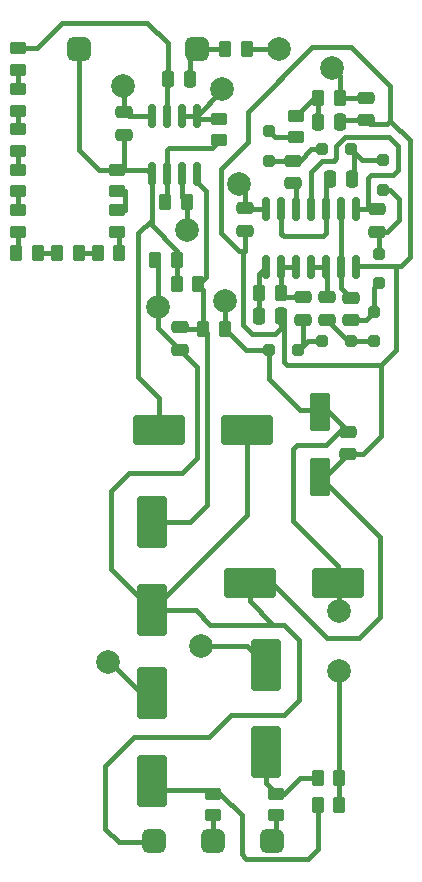
<source format=gbr>
%TF.GenerationSoftware,KiCad,Pcbnew,(7.0.0)*%
%TF.CreationDate,2023-03-18T07:41:40+03:00*%
%TF.ProjectId,StudioMic,53747564-696f-44d6-9963-2e6b69636164,1*%
%TF.SameCoordinates,Original*%
%TF.FileFunction,Copper,L1,Top*%
%TF.FilePolarity,Positive*%
%FSLAX46Y46*%
G04 Gerber Fmt 4.6, Leading zero omitted, Abs format (unit mm)*
G04 Created by KiCad (PCBNEW (7.0.0)) date 2023-03-18 07:41:40*
%MOMM*%
%LPD*%
G01*
G04 APERTURE LIST*
G04 Aperture macros list*
%AMRoundRect*
0 Rectangle with rounded corners*
0 $1 Rounding radius*
0 $2 $3 $4 $5 $6 $7 $8 $9 X,Y pos of 4 corners*
0 Add a 4 corners polygon primitive as box body*
4,1,4,$2,$3,$4,$5,$6,$7,$8,$9,$2,$3,0*
0 Add four circle primitives for the rounded corners*
1,1,$1+$1,$2,$3*
1,1,$1+$1,$4,$5*
1,1,$1+$1,$6,$7*
1,1,$1+$1,$8,$9*
0 Add four rect primitives between the rounded corners*
20,1,$1+$1,$2,$3,$4,$5,0*
20,1,$1+$1,$4,$5,$6,$7,0*
20,1,$1+$1,$6,$7,$8,$9,0*
20,1,$1+$1,$8,$9,$2,$3,0*%
G04 Aperture macros list end*
%TA.AperFunction,SMDPad,CuDef*%
%ADD10RoundRect,0.250000X-0.475000X0.250000X-0.475000X-0.250000X0.475000X-0.250000X0.475000X0.250000X0*%
%TD*%
%TA.AperFunction,SMDPad,CuDef*%
%ADD11RoundRect,0.250000X0.475000X-0.250000X0.475000X0.250000X-0.475000X0.250000X-0.475000X-0.250000X0*%
%TD*%
%TA.AperFunction,SMDPad,CuDef*%
%ADD12RoundRect,0.150000X0.150000X-0.825000X0.150000X0.825000X-0.150000X0.825000X-0.150000X-0.825000X0*%
%TD*%
%TA.AperFunction,SMDPad,CuDef*%
%ADD13RoundRect,0.250000X-0.600000X1.400000X-0.600000X-1.400000X0.600000X-1.400000X0.600000X1.400000X0*%
%TD*%
%TA.AperFunction,SMDPad,CuDef*%
%ADD14RoundRect,0.250000X0.450000X-0.262500X0.450000X0.262500X-0.450000X0.262500X-0.450000X-0.262500X0*%
%TD*%
%TA.AperFunction,SMDPad,CuDef*%
%ADD15RoundRect,0.250000X0.262500X0.450000X-0.262500X0.450000X-0.262500X-0.450000X0.262500X-0.450000X0*%
%TD*%
%TA.AperFunction,SMDPad,CuDef*%
%ADD16RoundRect,0.250000X-0.250000X0.250000X-0.250000X-0.250000X0.250000X-0.250000X0.250000X0.250000X0*%
%TD*%
%TA.AperFunction,SMDPad,CuDef*%
%ADD17RoundRect,0.250000X1.950000X1.000000X-1.950000X1.000000X-1.950000X-1.000000X1.950000X-1.000000X0*%
%TD*%
%TA.AperFunction,SMDPad,CuDef*%
%ADD18RoundRect,0.250000X-0.450000X0.262500X-0.450000X-0.262500X0.450000X-0.262500X0.450000X0.262500X0*%
%TD*%
%TA.AperFunction,SMDPad,CuDef*%
%ADD19RoundRect,0.250000X-0.262500X-0.450000X0.262500X-0.450000X0.262500X0.450000X-0.262500X0.450000X0*%
%TD*%
%TA.AperFunction,SMDPad,CuDef*%
%ADD20RoundRect,0.250000X-0.250000X-0.475000X0.250000X-0.475000X0.250000X0.475000X-0.250000X0.475000X0*%
%TD*%
%TA.AperFunction,SMDPad,CuDef*%
%ADD21RoundRect,0.250000X0.250000X0.475000X-0.250000X0.475000X-0.250000X-0.475000X0.250000X-0.475000X0*%
%TD*%
%TA.AperFunction,SMDPad,CuDef*%
%ADD22RoundRect,0.250000X0.250000X0.250000X-0.250000X0.250000X-0.250000X-0.250000X0.250000X-0.250000X0*%
%TD*%
%TA.AperFunction,SMDPad,CuDef*%
%ADD23RoundRect,0.250000X1.000000X-1.950000X1.000000X1.950000X-1.000000X1.950000X-1.000000X-1.950000X0*%
%TD*%
%TA.AperFunction,SMDPad,CuDef*%
%ADD24RoundRect,0.500000X-0.500000X-0.500000X0.500000X-0.500000X0.500000X0.500000X-0.500000X0.500000X0*%
%TD*%
%TA.AperFunction,SMDPad,CuDef*%
%ADD25RoundRect,0.250000X-1.950000X-1.000000X1.950000X-1.000000X1.950000X1.000000X-1.950000X1.000000X0*%
%TD*%
%TA.AperFunction,SMDPad,CuDef*%
%ADD26RoundRect,0.250000X-0.250000X-0.250000X0.250000X-0.250000X0.250000X0.250000X-0.250000X0.250000X0*%
%TD*%
%TA.AperFunction,SMDPad,CuDef*%
%ADD27RoundRect,0.250000X-1.000000X1.950000X-1.000000X-1.950000X1.000000X-1.950000X1.000000X1.950000X0*%
%TD*%
%TA.AperFunction,SMDPad,CuDef*%
%ADD28RoundRect,0.150000X-0.150000X0.825000X-0.150000X-0.825000X0.150000X-0.825000X0.150000X0.825000X0*%
%TD*%
%TA.AperFunction,ViaPad*%
%ADD29C,2.000000*%
%TD*%
%TA.AperFunction,Conductor*%
%ADD30C,0.400000*%
%TD*%
G04 APERTURE END LIST*
D10*
%TO.P,C12,2*%
%TO.N,Net-(D3-K)*%
X162282500Y-79353400D03*
%TO.P,C12,1*%
%TO.N,Net-(C12-Pad1)*%
X162282500Y-77453400D03*
%TD*%
%TO.P,C8,2*%
%TO.N,GNDA*%
X145087000Y-63688000D03*
%TO.P,C8,1*%
%TO.N,GNDREF*%
X145087000Y-61788000D03*
%TD*%
D11*
%TO.P,C16,2*%
%TO.N,Net-(D7-K)*%
X159385000Y-65871000D03*
%TO.P,C16,1*%
%TO.N,Net-(C16-Pad1)*%
X159385000Y-67771000D03*
%TD*%
D12*
%TO.P,U2,14,VCC*%
%TO.N,+12V*%
X157126300Y-69944200D03*
%TO.P,U2,13*%
%TO.N,Net-(C15-Pad1)*%
X158396300Y-69944200D03*
%TO.P,U2,12*%
%TO.N,Net-(C16-Pad1)*%
X159666300Y-69944200D03*
%TO.P,U2,11*%
%TO.N,Net-(C14-Pad1)*%
X160936300Y-69944200D03*
%TO.P,U2,10*%
%TO.N,Net-(C15-Pad1)*%
X162206300Y-69944200D03*
%TO.P,U2,9*%
%TO.N,Net-(C13-Pad1)*%
X163476300Y-69944200D03*
%TO.P,U2,8*%
%TO.N,Net-(C14-Pad1)*%
X164746300Y-69944200D03*
%TO.P,U2,7,GND*%
%TO.N,GNDREF*%
X164746300Y-74894200D03*
%TO.P,U2,6*%
%TO.N,Net-(C13-Pad1)*%
X163476300Y-74894200D03*
%TO.P,U2,5*%
%TO.N,Net-(C12-Pad1)*%
X162206300Y-74894200D03*
%TO.P,U2,4*%
X160936300Y-74894200D03*
%TO.P,U2,3*%
%TO.N,Net-(C11-Pad1)*%
X159666300Y-74894200D03*
%TO.P,U2,2*%
X158396300Y-74894200D03*
%TO.P,U2,1*%
%TO.N,Net-(C9-Pad2)*%
X157126300Y-74894200D03*
%TD*%
D13*
%TO.P,D1,2,A*%
%TO.N,GNDREF*%
X161671000Y-92666000D03*
%TO.P,D1,1,K*%
%TO.N,+12V*%
X161671000Y-87166000D03*
%TD*%
D14*
%TO.P,R12,2*%
%TO.N,Net-(U1A--)*%
X153138500Y-62333500D03*
%TO.P,R12,1*%
%TO.N,Net-(U1B--)*%
X153138500Y-64158500D03*
%TD*%
D15*
%TO.P,R5,2*%
%TO.N,+6V*%
X151821500Y-80156000D03*
%TO.P,R5,1*%
%TO.N,+12V*%
X153646500Y-80156000D03*
%TD*%
%TO.P,R10,2*%
%TO.N,Net-(C17-Pad2)*%
X161522400Y-60598000D03*
%TO.P,R10,1*%
%TO.N,HT*%
X163347400Y-60598000D03*
%TD*%
D16*
%TO.P,D8,2,A*%
%TO.N,Net-(D7-K)*%
X157353000Y-65896800D03*
%TO.P,D8,1,K*%
%TO.N,Net-(D8-K)*%
X157353000Y-63396800D03*
%TD*%
D17*
%TO.P,C3,2*%
%TO.N,GNDREF*%
X155771500Y-101600000D03*
%TO.P,C3,1*%
%TO.N,+12V*%
X163171500Y-101600000D03*
%TD*%
D18*
%TO.P,R2,2*%
%TO.N,Net-(C92-Pad2)*%
X152630500Y-121285000D03*
%TO.P,R2,1*%
%TO.N,Net-(C2-Pad1)*%
X152630500Y-119460000D03*
%TD*%
D19*
%TO.P,R6,2*%
%TO.N,+6V*%
X151384000Y-76346000D03*
%TO.P,R6,1*%
%TO.N,GNDA*%
X149559000Y-76346000D03*
%TD*%
D20*
%TO.P,C15,2*%
%TO.N,Net-(D6-K)*%
X164399000Y-67456000D03*
%TO.P,C15,1*%
%TO.N,Net-(C15-Pad1)*%
X162499000Y-67456000D03*
%TD*%
D10*
%TO.P,C11,2*%
%TO.N,Net-(D2-K)*%
X160250500Y-79353400D03*
%TO.P,C11,1*%
%TO.N,Net-(C11-Pad1)*%
X160250500Y-77453400D03*
%TD*%
D21*
%TO.P,C17,2*%
%TO.N,Net-(C17-Pad2)*%
X161510300Y-62630000D03*
%TO.P,C17,1*%
%TO.N,GNDREF*%
X163410300Y-62630000D03*
%TD*%
D22*
%TO.P,D3,2,A*%
%TO.N,Net-(D2-K)*%
X161819900Y-81146600D03*
%TO.P,D3,1,K*%
%TO.N,Net-(D3-K)*%
X164319900Y-81146600D03*
%TD*%
D18*
%TO.P,R9,2*%
%TO.N,Net-(D8-K)*%
X159666300Y-63908300D03*
%TO.P,R9,1*%
%TO.N,Net-(C17-Pad2)*%
X159666300Y-62083300D03*
%TD*%
D19*
%TO.P,R3,2*%
%TO.N,+12V*%
X163322000Y-118110000D03*
%TO.P,R3,1*%
%TO.N,Net-(C1-Pad1)*%
X161497000Y-118110000D03*
%TD*%
%TO.P,R11,2*%
%TO.N,Net-(C1-Pad2)*%
X150391500Y-69361000D03*
%TO.P,R11,1*%
%TO.N,Net-(U1B--)*%
X148566500Y-69361000D03*
%TD*%
D18*
%TO.P,R101,2*%
%TO.N,Net-(R101-Pad2)*%
X136144000Y-58189500D03*
%TO.P,R101,1*%
%TO.N,Net-(U1A-+)*%
X136144000Y-56364500D03*
%TD*%
%TO.P,R102,2*%
%TO.N,Net-(R102-Pad2)*%
X136144000Y-61642000D03*
%TO.P,R102,1*%
%TO.N,Net-(R101-Pad2)*%
X136144000Y-59817000D03*
%TD*%
%TO.P,R105,2*%
%TO.N,Net-(R105-Pad2)*%
X136144000Y-71905500D03*
%TO.P,R105,1*%
%TO.N,Net-(R104-Pad2)*%
X136144000Y-70080500D03*
%TD*%
D19*
%TO.P,R7,2*%
%TO.N,GNDA*%
X149582500Y-74314000D03*
%TO.P,R7,1*%
%TO.N,GNDREF*%
X147757500Y-74314000D03*
%TD*%
D11*
%TO.P,C10,2*%
%TO.N,+12V*%
X155348300Y-69919800D03*
%TO.P,C10,1*%
%TO.N,GNDREF*%
X155348300Y-71819800D03*
%TD*%
D19*
%TO.P,R4,2*%
%TO.N,+12V*%
X163322000Y-120396000D03*
%TO.P,R4,1*%
%TO.N,Net-(C2-Pad1)*%
X161497000Y-120396000D03*
%TD*%
D23*
%TO.P,C1,2*%
%TO.N,Net-(C1-Pad2)*%
X157099000Y-108568000D03*
%TO.P,C1,1*%
%TO.N,Net-(C1-Pad1)*%
X157099000Y-115968000D03*
%TD*%
D24*
%TO.P,J1,3*%
%TO.N,Net-(C91-Pad1)*%
X157630500Y-123444000D03*
%TO.P,J1,2*%
%TO.N,Net-(C92-Pad2)*%
X152630500Y-123444000D03*
%TO.P,J1,1*%
%TO.N,GNDREF*%
X147630500Y-123444000D03*
%TD*%
D10*
%TO.P,C13,2*%
%TO.N,Net-(D4-K)*%
X164289100Y-79363600D03*
%TO.P,C13,1*%
%TO.N,Net-(C13-Pad1)*%
X164289100Y-77463600D03*
%TD*%
D20*
%TO.P,C19,2*%
%TO.N,Net-(MK1-+)*%
X150683000Y-58928000D03*
%TO.P,C19,1*%
%TO.N,Net-(U1A-+)*%
X148783000Y-58928000D03*
%TD*%
D25*
%TO.P,C7,2*%
%TO.N,GNDREF*%
X155465000Y-88646000D03*
%TO.P,C7,1*%
%TO.N,GNDA*%
X148065000Y-88646000D03*
%TD*%
D19*
%TO.P,R107,2*%
%TO.N,Net-(R107-Pad2)*%
X141247500Y-73660000D03*
%TO.P,R107,1*%
%TO.N,Net-(R106-Pad2)*%
X139422500Y-73660000D03*
%TD*%
D18*
%TO.P,R1,2*%
%TO.N,Net-(C91-Pad1)*%
X157964500Y-121285000D03*
%TO.P,R1,1*%
%TO.N,Net-(C1-Pad1)*%
X157964500Y-119460000D03*
%TD*%
D26*
%TO.P,D7,2,A*%
%TO.N,Net-(D6-K)*%
X164318000Y-64916000D03*
%TO.P,D7,1,K*%
%TO.N,Net-(D7-K)*%
X161818000Y-64916000D03*
%TD*%
D21*
%TO.P,C9,2*%
%TO.N,Net-(C9-Pad2)*%
X156481100Y-79048600D03*
%TO.P,C9,1*%
%TO.N,GNDREF*%
X158381100Y-79048600D03*
%TD*%
D22*
%TO.P,D2,2,A*%
%TO.N,+12V*%
X157349500Y-81934000D03*
%TO.P,D2,1,K*%
%TO.N,Net-(D2-K)*%
X159849500Y-81934000D03*
%TD*%
D15*
%TO.P,R13,1*%
%TO.N,HT*%
X155471500Y-56388000D03*
%TO.P,R13,2*%
%TO.N,Net-(MK1-+)*%
X153646500Y-56388000D03*
%TD*%
%TO.P,R8,2*%
%TO.N,Net-(C9-Pad2)*%
X156544000Y-77092800D03*
%TO.P,R8,1*%
%TO.N,Net-(C11-Pad1)*%
X158369000Y-77092800D03*
%TD*%
D18*
%TO.P,R103,2*%
%TO.N,Net-(R103-Pad2)*%
X136144000Y-65047500D03*
%TO.P,R103,1*%
%TO.N,Net-(R102-Pad2)*%
X136144000Y-63222500D03*
%TD*%
D16*
%TO.P,D4,2,A*%
%TO.N,Net-(D3-K)*%
X166295700Y-81162200D03*
%TO.P,D4,1,K*%
%TO.N,Net-(D4-K)*%
X166295700Y-78662200D03*
%TD*%
D24*
%TO.P,MK1,2,+*%
%TO.N,Net-(MK1-+)*%
X151304000Y-56388000D03*
%TO.P,MK1,1,-*%
%TO.N,GNDA*%
X141304000Y-56388000D03*
%TD*%
D11*
%TO.P,C18,2*%
%TO.N,HT*%
X165608000Y-60537000D03*
%TO.P,C18,1*%
%TO.N,GNDREF*%
X165608000Y-62437000D03*
%TD*%
D18*
%TO.P,R104,2*%
%TO.N,Net-(R104-Pad2)*%
X136144000Y-68476500D03*
%TO.P,R104,1*%
%TO.N,Net-(R103-Pad2)*%
X136144000Y-66651500D03*
%TD*%
D19*
%TO.P,R108,2*%
%TO.N,Net-(R108-Pad2)*%
X144676500Y-73660000D03*
%TO.P,R108,1*%
%TO.N,Net-(R107-Pad2)*%
X142851500Y-73660000D03*
%TD*%
D16*
%TO.P,D6,2,A*%
%TO.N,Net-(D5-K)*%
X167005000Y-68325000D03*
%TO.P,D6,1,K*%
%TO.N,Net-(D6-K)*%
X167005000Y-65825000D03*
%TD*%
D14*
%TO.P,R109,2*%
%TO.N,Net-(R109-Pad2)*%
X144526000Y-70080500D03*
%TO.P,R109,1*%
%TO.N,Net-(R108-Pad2)*%
X144526000Y-71905500D03*
%TD*%
D11*
%TO.P,C4,2*%
%TO.N,+12V*%
X164084000Y-88839000D03*
%TO.P,C4,1*%
%TO.N,GNDREF*%
X164084000Y-90739000D03*
%TD*%
D19*
%TO.P,R106,2*%
%TO.N,Net-(R106-Pad2)*%
X137795000Y-73660000D03*
%TO.P,R106,1*%
%TO.N,Net-(R105-Pad2)*%
X135970000Y-73660000D03*
%TD*%
D10*
%TO.P,C14,2*%
%TO.N,Net-(D5-K)*%
X166549700Y-71896000D03*
%TO.P,C14,1*%
%TO.N,Net-(C14-Pad1)*%
X166549700Y-69996000D03*
%TD*%
D16*
%TO.P,D5,2,A*%
%TO.N,Net-(D4-K)*%
X166676700Y-76234600D03*
%TO.P,D5,1,K*%
%TO.N,Net-(D5-K)*%
X166676700Y-73734600D03*
%TD*%
D11*
%TO.P,C6,2*%
%TO.N,+6V*%
X149813000Y-79968000D03*
%TO.P,C6,1*%
%TO.N,GNDREF*%
X149813000Y-81868000D03*
%TD*%
D23*
%TO.P,C2,2*%
%TO.N,Net-(U1A--)*%
X147447000Y-110981000D03*
%TO.P,C2,1*%
%TO.N,Net-(C2-Pad1)*%
X147447000Y-118381000D03*
%TD*%
D27*
%TO.P,C5,2*%
%TO.N,GNDREF*%
X147447000Y-103903000D03*
%TO.P,C5,1*%
%TO.N,+6V*%
X147447000Y-96503000D03*
%TD*%
D14*
%TO.P,R110,2*%
%TO.N,GNDA*%
X144526000Y-66651500D03*
%TO.P,R110,1*%
%TO.N,Net-(R109-Pad2)*%
X144526000Y-68476500D03*
%TD*%
D28*
%TO.P,U1,8,V+*%
%TO.N,+6V*%
X151233500Y-67010000D03*
%TO.P,U1,7*%
%TO.N,Net-(C1-Pad2)*%
X149963500Y-67010000D03*
%TO.P,U1,6,-*%
%TO.N,Net-(U1B--)*%
X148693500Y-67010000D03*
%TO.P,U1,5,+*%
%TO.N,GNDA*%
X147423500Y-67010000D03*
%TO.P,U1,4,V-*%
%TO.N,GNDREF*%
X147423500Y-62060000D03*
%TO.P,U1,3,+*%
%TO.N,Net-(U1A-+)*%
X148693500Y-62060000D03*
%TO.P,U1,2,-*%
%TO.N,Net-(U1A--)*%
X149963500Y-62060000D03*
%TO.P,U1,1*%
X151233500Y-62060000D03*
%TD*%
D29*
%TO.N,HT*%
X158242000Y-56388000D03*
X162687000Y-58039000D03*
%TO.N,Net-(C1-Pad2)*%
X150391500Y-71755000D03*
X151638000Y-106934000D03*
%TO.N,Net-(U1A--)*%
X143764000Y-108331000D03*
X153416000Y-59817000D03*
%TO.N,+12V*%
X154822500Y-67827500D03*
X163322000Y-109093000D03*
X153670000Y-77724000D03*
X163322000Y-104013000D03*
%TO.N,GNDREF*%
X147955000Y-78232000D03*
X145034000Y-59563000D03*
%TD*%
D30*
%TO.N,+12V*%
X155348300Y-68353300D02*
X154822500Y-67827500D01*
X155348300Y-69919800D02*
X155348300Y-68353300D01*
%TO.N,Net-(U1A--)*%
X143891000Y-108331000D02*
X143764000Y-108331000D01*
X146541000Y-110981000D02*
X143891000Y-108331000D01*
X147447000Y-110981000D02*
X146541000Y-110981000D01*
%TO.N,Net-(C1-Pad2)*%
X155465000Y-106934000D02*
X151638000Y-106934000D01*
X157099000Y-108568000D02*
X155465000Y-106934000D01*
%TO.N,+12V*%
X163322000Y-118110000D02*
X163322000Y-109093000D01*
%TO.N,GNDREF*%
X166751000Y-97746000D02*
X161671000Y-92666000D01*
X166751000Y-104521000D02*
X166751000Y-97746000D01*
X157607000Y-101600000D02*
X162306000Y-106299000D01*
X157607000Y-101473000D02*
X157607000Y-101600000D01*
X162306000Y-106299000D02*
X164973000Y-106299000D01*
X164973000Y-106299000D02*
X166751000Y-104521000D01*
X147503500Y-123571000D02*
X147630500Y-123444000D01*
X144653000Y-123571000D02*
X147503500Y-123571000D01*
X143510000Y-122428000D02*
X144653000Y-123571000D01*
X143510000Y-117094000D02*
X143510000Y-122428000D01*
X154178000Y-112776000D02*
X152273000Y-114681000D01*
X152273000Y-114681000D02*
X145923000Y-114681000D01*
X158623000Y-112776000D02*
X154178000Y-112776000D01*
X159893000Y-111506000D02*
X158623000Y-112776000D01*
X145923000Y-114681000D02*
X143510000Y-117094000D01*
X159893000Y-106426000D02*
X159893000Y-111506000D01*
X158623000Y-105156000D02*
X159893000Y-106426000D01*
X157734000Y-105156000D02*
X158623000Y-105156000D01*
X157734000Y-105156000D02*
X155771500Y-103193500D01*
X155771500Y-103193500D02*
X155771500Y-101600000D01*
%TO.N,GNDA*%
X146304000Y-84201000D02*
X146304000Y-71981000D01*
X148065000Y-85962000D02*
X146304000Y-84201000D01*
X146304000Y-71981000D02*
X147423500Y-70861500D01*
X148065000Y-88646000D02*
X148065000Y-85962000D01*
%TO.N,GNDREF*%
X147955000Y-74511500D02*
X147757500Y-74314000D01*
X147955000Y-80010000D02*
X147955000Y-74511500D01*
X149813000Y-81868000D02*
X147955000Y-80010000D01*
%TO.N,HT*%
X163347400Y-58699400D02*
X162687000Y-58039000D01*
X163347400Y-60598000D02*
X163347400Y-58699400D01*
%TO.N,GNDREF*%
X167640000Y-59582000D02*
X167640000Y-62503000D01*
X155575000Y-61722000D02*
X161036000Y-56261000D01*
X155575000Y-64262000D02*
X155575000Y-61722000D01*
X153289000Y-72028000D02*
X153289000Y-66548000D01*
X154813000Y-73552000D02*
X153289000Y-72028000D01*
X161036000Y-56261000D02*
X164319000Y-56261000D01*
X164319000Y-56261000D02*
X167640000Y-59582000D01*
X155348300Y-73552000D02*
X154813000Y-73552000D01*
X153289000Y-66548000D02*
X155575000Y-64262000D01*
%TO.N,+6V*%
X151233500Y-67667500D02*
X151233500Y-67010000D01*
X152019000Y-68453000D02*
X151233500Y-67667500D01*
X152019000Y-75711000D02*
X152019000Y-68453000D01*
X151384000Y-76346000D02*
X152019000Y-75711000D01*
%TO.N,Net-(C1-Pad2)*%
X150391500Y-69361000D02*
X150391500Y-71755000D01*
%TO.N,GNDA*%
X147423500Y-71350500D02*
X147423500Y-70861500D01*
X149582500Y-73509500D02*
X147423500Y-71350500D01*
X149582500Y-74314000D02*
X149582500Y-73509500D01*
%TO.N,Net-(U1A--)*%
X153416000Y-59877500D02*
X153416000Y-59817000D01*
X151233500Y-62060000D02*
X153416000Y-59877500D01*
%TO.N,GNDREF*%
X145087000Y-59616000D02*
X145034000Y-59563000D01*
X145087000Y-61788000D02*
X145087000Y-59616000D01*
%TO.N,+12V*%
X155372700Y-69944200D02*
X155348300Y-69919800D01*
X157126300Y-69944200D02*
X155372700Y-69944200D01*
X153646500Y-77747500D02*
X153670000Y-77724000D01*
X153646500Y-80156000D02*
X153646500Y-77747500D01*
%TO.N,Net-(U1A-+)*%
X137691500Y-56364500D02*
X136144000Y-56364500D01*
X148783000Y-55946000D02*
X148783000Y-58928000D01*
X147066000Y-54229000D02*
X148783000Y-55946000D01*
X137691500Y-56364500D02*
X139827000Y-54229000D01*
X139827000Y-54229000D02*
X147066000Y-54229000D01*
%TO.N,+6V*%
X150639000Y-96503000D02*
X147447000Y-96503000D01*
X151821500Y-80156000D02*
X152146000Y-80480500D01*
X152146000Y-80480500D02*
X152146000Y-94996000D01*
X152146000Y-94996000D02*
X150639000Y-96503000D01*
%TO.N,GNDREF*%
X155465000Y-95885000D02*
X147447000Y-103903000D01*
X155465000Y-88646000D02*
X155465000Y-95885000D01*
X144018000Y-100474000D02*
X147447000Y-103903000D01*
X144018000Y-93853000D02*
X144018000Y-100474000D01*
X149987000Y-92329000D02*
X145542000Y-92329000D01*
X151257000Y-91059000D02*
X149987000Y-92329000D01*
X149813000Y-81868000D02*
X151257000Y-83312000D01*
X151257000Y-83312000D02*
X151257000Y-91059000D01*
X145542000Y-92329000D02*
X144018000Y-93853000D01*
%TO.N,Net-(R108-Pad2)*%
X144676500Y-72056000D02*
X144526000Y-71905500D01*
X144676500Y-73660000D02*
X144676500Y-72056000D01*
%TO.N,Net-(R106-Pad2)*%
X139422500Y-73660000D02*
X137795000Y-73660000D01*
%TO.N,Net-(R107-Pad2)*%
X142851500Y-73660000D02*
X141247500Y-73660000D01*
%TO.N,GNDREF*%
X166878000Y-89154000D02*
X166878000Y-83204000D01*
X165293000Y-90739000D02*
X166878000Y-89154000D01*
X164084000Y-90739000D02*
X165293000Y-90739000D01*
%TO.N,GNDA*%
X142978500Y-66651500D02*
X145161000Y-66651500D01*
X141304000Y-64977000D02*
X142978500Y-66651500D01*
X141304000Y-56388000D02*
X141304000Y-64977000D01*
X147065000Y-66651500D02*
X147423500Y-67010000D01*
X145161000Y-66651500D02*
X147065000Y-66651500D01*
%TO.N,Net-(R109-Pad2)*%
X145161000Y-68476500D02*
X145161000Y-70080500D01*
%TO.N,Net-(R105-Pad2)*%
X136144000Y-73486000D02*
X135970000Y-73660000D01*
X136144000Y-71905500D02*
X136144000Y-73486000D01*
%TO.N,Net-(R104-Pad2)*%
X136144000Y-68476500D02*
X136144000Y-70080500D01*
%TO.N,Net-(R103-Pad2)*%
X136144000Y-65047500D02*
X136144000Y-66651500D01*
%TO.N,Net-(R102-Pad2)*%
X136144000Y-61642000D02*
X136144000Y-63222500D01*
%TO.N,Net-(R101-Pad2)*%
X136144000Y-58189500D02*
X136144000Y-59817000D01*
%TO.N,Net-(MK1-+)*%
X153646500Y-56388000D02*
X151304000Y-56388000D01*
%TO.N,Net-(U1B--)*%
X152527000Y-64770000D02*
X148863000Y-64770000D01*
X153138500Y-64158500D02*
X152527000Y-64770000D01*
X148863000Y-64770000D02*
X148693500Y-64939500D01*
X148693500Y-64939500D02*
X148693500Y-67010000D01*
%TO.N,Net-(U1A--)*%
X151507000Y-62333500D02*
X151233500Y-62060000D01*
X153138500Y-62333500D02*
X151507000Y-62333500D01*
%TO.N,HT*%
X158242000Y-56388000D02*
X155471500Y-56388000D01*
%TO.N,Net-(MK1-+)*%
X151304000Y-56388000D02*
X150683000Y-57009000D01*
X150683000Y-57009000D02*
X150683000Y-58928000D01*
%TO.N,Net-(U1A-+)*%
X148693500Y-59017500D02*
X148693500Y-62060000D01*
X148783000Y-58928000D02*
X148693500Y-59017500D01*
%TO.N,Net-(C1-Pad1)*%
X160020000Y-118110000D02*
X161497000Y-118110000D01*
X157099000Y-118594500D02*
X157964500Y-119460000D01*
X157099000Y-115968000D02*
X157099000Y-118594500D01*
X157964500Y-119460000D02*
X158670000Y-119460000D01*
X158670000Y-119460000D02*
X160020000Y-118110000D01*
%TO.N,Net-(C1-Pad2)*%
X149963500Y-68933000D02*
X150391500Y-69361000D01*
X149963500Y-67010000D02*
X149963500Y-68933000D01*
%TO.N,Net-(C2-Pad1)*%
X147447000Y-118381000D02*
X148209000Y-119143000D01*
X155448000Y-124968000D02*
X155067000Y-124587000D01*
X148209000Y-119143000D02*
X152313500Y-119143000D01*
X160655000Y-124968000D02*
X155448000Y-124968000D01*
X155067000Y-121285000D02*
X153242000Y-119460000D01*
X153242000Y-119460000D02*
X152630500Y-119460000D01*
X155067000Y-124587000D02*
X155067000Y-121285000D01*
X161497000Y-120396000D02*
X161497000Y-124126000D01*
X161497000Y-124126000D02*
X160655000Y-124968000D01*
X152313500Y-119143000D02*
X152630500Y-119460000D01*
%TO.N,Net-(U1A--)*%
X149963500Y-62060000D02*
X151233500Y-62060000D01*
%TO.N,+12V*%
X163303630Y-88839000D02*
X164084000Y-88839000D01*
X163171500Y-101600000D02*
X163171500Y-100179500D01*
X163322000Y-118110000D02*
X163322000Y-120396000D01*
X162226630Y-89916000D02*
X163303630Y-88839000D01*
X164084000Y-88773000D02*
X164084000Y-88839000D01*
X157349500Y-81934000D02*
X155424500Y-81934000D01*
X157349500Y-84343500D02*
X160001000Y-86995000D01*
X160001000Y-86995000D02*
X161500000Y-86995000D01*
X159385000Y-96393000D02*
X159385000Y-90297000D01*
X162477000Y-87166000D02*
X164084000Y-88773000D01*
X159385000Y-90297000D02*
X159766000Y-89916000D01*
X163322000Y-104013000D02*
X163322000Y-101750500D01*
X163171500Y-100179500D02*
X159385000Y-96393000D01*
X157349500Y-81934000D02*
X157349500Y-84343500D01*
X161671000Y-87166000D02*
X162477000Y-87166000D01*
X159766000Y-89916000D02*
X162226630Y-89916000D01*
X161500000Y-86995000D02*
X161671000Y-87166000D01*
X163322000Y-101750500D02*
X163171500Y-101600000D01*
X155424500Y-81934000D02*
X153646500Y-80156000D01*
%TO.N,+6V*%
X150001000Y-80156000D02*
X149813000Y-79968000D01*
X151821500Y-76783500D02*
X151384000Y-76346000D01*
X151821500Y-80156000D02*
X151821500Y-76783500D01*
X151821500Y-80156000D02*
X150001000Y-80156000D01*
%TO.N,GNDA*%
X145087000Y-63688000D02*
X145087000Y-66577500D01*
X149559000Y-74337500D02*
X149582500Y-74314000D01*
X145087000Y-66577500D02*
X145161000Y-66651500D01*
X149559000Y-76346000D02*
X149559000Y-74337500D01*
X147423500Y-70861500D02*
X147423500Y-67010000D01*
%TO.N,Net-(C9-Pad2)*%
X156544000Y-77092800D02*
X156544000Y-78985700D01*
X156508672Y-77057472D02*
X156544000Y-77092800D01*
X156544000Y-78985700D02*
X156481100Y-79048600D01*
X156508672Y-75511828D02*
X156508672Y-77057472D01*
X157126300Y-74894200D02*
X156508672Y-75511828D01*
%TO.N,Net-(C11-Pad1)*%
X158396300Y-77065500D02*
X158369000Y-77092800D01*
X158729600Y-77453400D02*
X158369000Y-77092800D01*
X158396300Y-74894200D02*
X158396300Y-77065500D01*
X159666300Y-74894200D02*
X158396300Y-74894200D01*
X160250500Y-77453400D02*
X158729600Y-77453400D01*
%TO.N,Net-(D2-K)*%
X160250500Y-81533000D02*
X159849500Y-81934000D01*
X161819900Y-81146600D02*
X160636900Y-81146600D01*
X160250500Y-79353400D02*
X160250500Y-81533000D01*
X160636900Y-81146600D02*
X159849500Y-81934000D01*
%TO.N,Net-(C12-Pad1)*%
X162282500Y-77453400D02*
X162282500Y-74970400D01*
X162282500Y-74970400D02*
X162206300Y-74894200D01*
X162206300Y-74894200D02*
X160936300Y-74894200D01*
%TO.N,Net-(D3-K)*%
X162282500Y-79353400D02*
X164075700Y-81146600D01*
X164335500Y-81162200D02*
X164319900Y-81146600D01*
X164075700Y-81146600D02*
X164319900Y-81146600D01*
X166295700Y-81162200D02*
X164335500Y-81162200D01*
%TO.N,Net-(C13-Pad1)*%
X163476300Y-69944200D02*
X163476300Y-74894200D01*
X163476300Y-76650800D02*
X163476300Y-74894200D01*
X164289100Y-77463600D02*
X163476300Y-76650800D01*
%TO.N,Net-(D4-K)*%
X166295700Y-76615600D02*
X166676700Y-76234600D01*
X164289100Y-79363600D02*
X165594300Y-79363600D01*
X166295700Y-78662200D02*
X166295700Y-76615600D01*
X165594300Y-79363600D02*
X166295700Y-78662200D01*
%TO.N,Net-(C14-Pad1)*%
X166497900Y-69944200D02*
X166549700Y-69996000D01*
X160936300Y-69944200D02*
X160936300Y-66793700D01*
X167513000Y-63900000D02*
X168275000Y-64662000D01*
X160936300Y-66793700D02*
X161814000Y-65916000D01*
X163773340Y-63900000D02*
X167513000Y-63900000D01*
X165608000Y-69944200D02*
X164746300Y-69944200D01*
X163068000Y-64605340D02*
X163773340Y-63900000D01*
X165735000Y-69817200D02*
X165608000Y-69944200D01*
X162830000Y-65916000D02*
X163068000Y-65678000D01*
X165989000Y-67075000D02*
X165735000Y-67329000D01*
X161814000Y-65916000D02*
X162830000Y-65916000D01*
X165735000Y-67329000D02*
X165735000Y-69817200D01*
X163068000Y-65678000D02*
X163068000Y-64605340D01*
X167894000Y-67075000D02*
X165989000Y-67075000D01*
X164746300Y-69944200D02*
X166497900Y-69944200D01*
X168275000Y-64662000D02*
X168275000Y-66694000D01*
X168275000Y-66694000D02*
X167894000Y-67075000D01*
%TO.N,Net-(D5-K)*%
X168402000Y-69107000D02*
X167620000Y-68325000D01*
X167391000Y-71896000D02*
X168402000Y-70885000D01*
X166676700Y-72023000D02*
X166549700Y-71896000D01*
X166549700Y-71896000D02*
X167391000Y-71896000D01*
X166676700Y-73734600D02*
X166676700Y-72023000D01*
X168402000Y-70885000D02*
X168402000Y-69107000D01*
X167620000Y-68325000D02*
X167005000Y-68325000D01*
%TO.N,Net-(C15-Pad1)*%
X161925000Y-72282000D02*
X162179000Y-72028000D01*
X162179000Y-72028000D02*
X162179000Y-69971500D01*
X162179000Y-69971500D02*
X162206300Y-69944200D01*
X162206300Y-67748700D02*
X162499000Y-67456000D01*
X158396300Y-72055300D02*
X158623000Y-72282000D01*
X158396300Y-69944200D02*
X158396300Y-72055300D01*
X162206300Y-69944200D02*
X162206300Y-67748700D01*
X158623000Y-72282000D02*
X161925000Y-72282000D01*
%TO.N,Net-(D6-K)*%
X164592000Y-65190000D02*
X164318000Y-64916000D01*
X167005000Y-65825000D02*
X165227000Y-65825000D01*
X165227000Y-65825000D02*
X164318000Y-64916000D01*
X164399000Y-67456000D02*
X164592000Y-67263000D01*
X164592000Y-67263000D02*
X164592000Y-65190000D01*
%TO.N,Net-(C16-Pad1)*%
X159666300Y-68052300D02*
X159666300Y-69944200D01*
X159385000Y-67771000D02*
X159666300Y-68052300D01*
%TO.N,Net-(D7-K)*%
X160927963Y-64916000D02*
X161818000Y-64916000D01*
X159359200Y-65896800D02*
X159385000Y-65871000D01*
X159972963Y-65871000D02*
X160927963Y-64916000D01*
X159385000Y-65871000D02*
X159972963Y-65871000D01*
X157353000Y-65896800D02*
X159359200Y-65896800D01*
%TO.N,Net-(C17-Pad2)*%
X161522400Y-60598000D02*
X161522400Y-62617900D01*
X161522400Y-62617900D02*
X161510300Y-62630000D01*
X161151600Y-60598000D02*
X161522400Y-60598000D01*
X159666300Y-62083300D02*
X161151600Y-60598000D01*
%TO.N,HT*%
X165547000Y-60598000D02*
X163347400Y-60598000D01*
X165608000Y-60537000D02*
X165547000Y-60598000D01*
%TO.N,Net-(D8-K)*%
X157864500Y-63908300D02*
X157353000Y-63396800D01*
X159666300Y-63908300D02*
X157864500Y-63908300D01*
%TO.N,Net-(C92-Pad2)*%
X152630500Y-123444000D02*
X152630500Y-121285000D01*
%TO.N,Net-(C91-Pad1)*%
X157964500Y-123110000D02*
X157630500Y-123444000D01*
X157964500Y-121285000D02*
X157964500Y-123110000D01*
%TO.N,Net-(U1B--)*%
X148693500Y-67010000D02*
X148693500Y-69234000D01*
X148693500Y-69234000D02*
X148566500Y-69361000D01*
%TO.N,GNDREF*%
X168148000Y-74949000D02*
X168148000Y-81934000D01*
X145518500Y-62061000D02*
X147422500Y-62061000D01*
X164818500Y-74822000D02*
X164746300Y-74894200D01*
X155956000Y-80537000D02*
X155194000Y-79775000D01*
X164084000Y-90739000D02*
X164023000Y-90739000D01*
X158381100Y-79048600D02*
X158381100Y-80016900D01*
X168529000Y-74822000D02*
X168021000Y-74822000D01*
X168021000Y-74822000D02*
X164818500Y-74822000D01*
X158381100Y-80016900D02*
X157861000Y-80537000D01*
X169291000Y-64154000D02*
X169291000Y-74060000D01*
X165928000Y-62757000D02*
X165608000Y-62437000D01*
X152400000Y-105156000D02*
X157734000Y-105156000D01*
X158877000Y-83204000D02*
X158623000Y-82950000D01*
X163603300Y-62437000D02*
X163410300Y-62630000D01*
X165608000Y-62437000D02*
X163603300Y-62437000D01*
X164023000Y-90739000D02*
X162096000Y-92666000D01*
X151147000Y-103903000D02*
X152400000Y-105156000D01*
X155348300Y-73552000D02*
X155348300Y-71819800D01*
X166878000Y-83204000D02*
X158877000Y-83204000D01*
X167386000Y-62757000D02*
X165928000Y-62757000D01*
X167640000Y-62503000D02*
X169291000Y-64154000D01*
X167640000Y-62503000D02*
X167386000Y-62757000D01*
X155194000Y-79775000D02*
X155194000Y-73706300D01*
X147447000Y-103903000D02*
X151147000Y-103903000D01*
X158623000Y-79290500D02*
X158381100Y-79048600D01*
X155194000Y-73706300D02*
X155348300Y-73552000D01*
X168148000Y-81934000D02*
X166878000Y-83204000D01*
X162096000Y-92666000D02*
X161671000Y-92666000D01*
X169291000Y-74060000D02*
X168529000Y-74822000D01*
X158623000Y-82950000D02*
X158623000Y-79290500D01*
X147422500Y-62061000D02*
X147423500Y-62060000D01*
X168021000Y-74822000D02*
X168148000Y-74949000D01*
X157861000Y-80537000D02*
X155956000Y-80537000D01*
%TD*%
M02*

</source>
